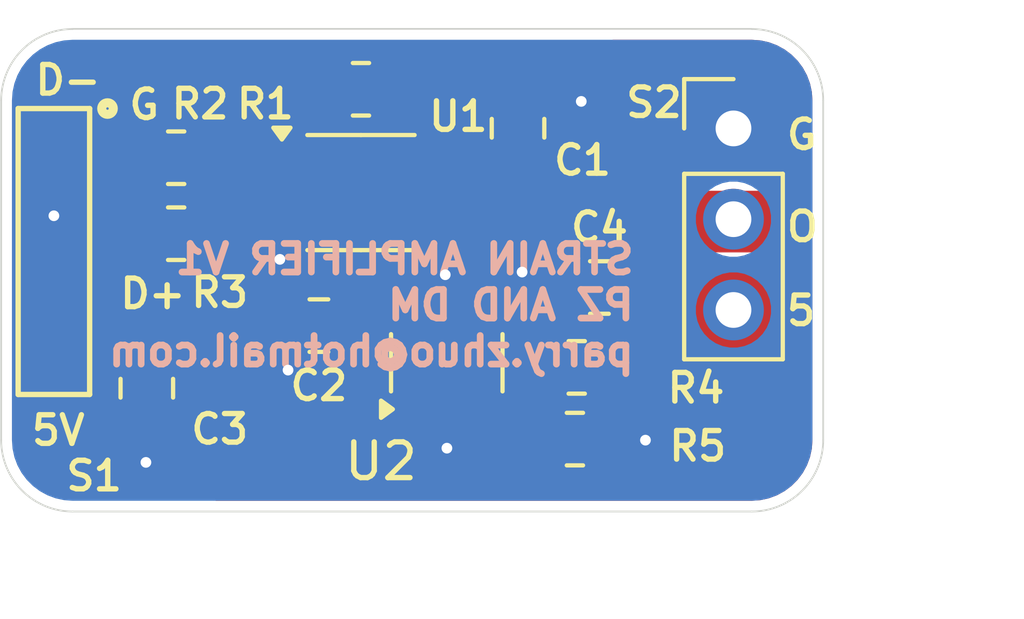
<source format=kicad_pcb>
(kicad_pcb (version 20241229) (generator "pcbnew") (generator_version "9.0")
  (layers (0 "F.Cu" signal "L1(Signal)") (2 "B.Cu" signal "L2(GND)") (13 "F.Paste" user "Top Paste") (15 "B.Paste" user "Bottom Paste") (5 "F.SilkS" user "Top Overlay") (7 "B.SilkS" user "Bottom Overlay") (1 "F.Mask" user "Top Solder") (3 "B.Mask" user "Bottom Solder") (25 "Edge.Cuts" user))
  (property "CHK_APP_DATE" "--/--/--")
  (property "DSN_APP_DATE" "--/--/--")
  (property "ENG_APP_DATE" "--/--/--")
  (property "SHEETTOTAL" "1")
  (net 0 "")
  (net 1 "GND")
  (net 2 "+5V")
  (net 3 "Net-(R1-Pad2)")
  (net 4 "Net-(R1-Pad1)")
  (net 5 "/strainAIN_D-")
  (net 6 "Net-(U1-VIN-)")
  (net 7 "Net-(U1-VIN+)")
  (net 8 "/strainAIN_D+")
  (net 9 "Net-(U2-IN+)")
  (net 10 "Net-(U1-VOUT)")
  (net 11 "Net-(U1-REF)")
  (footprint "Connector_PinHeader_2.54mm:PinHeader_1x03_P2.54mm_Vertical" (layer "F.Cu") (at 157.49049 101.03441)
    (property "Reference" "S2" (at -2.225 -0.725 0) (layer "F.SilkS") (effects (font (size 0.8 0.8))))
    (property "Value" "CONN_01X03_2.54MM")
    (fp_line (start -1.38 -1.38) (end 0 -1.38) (stroke (width 0.12)) (layer "F.SilkS"))
    (fp_line (start -1.38 0) (end -1.38 -1.38) (stroke (width 0.12)) (layer "F.SilkS"))
    (fp_line (start -1.38 1.27) (end -1.38 6.46) (stroke (width 0.12)) (layer "F.SilkS"))
    (fp_line (start -1.38 1.27) (end 1.38 1.27) (stroke (width 0.12)) (layer "F.SilkS"))
    (fp_line (start -1.38 6.46) (end 1.38 6.46) (stroke (width 0.12)) (layer "F.SilkS"))
    (fp_line (start 1.38 1.27) (end 1.38 6.46) (stroke (width 0.12)) (layer "F.SilkS"))
    (pad "1" thru_hole rect (at 0 0) (size 1.7 1.7) (drill 1) (layers "*.Cu" "*.Mask") (net 1 "GND"))
    (pad "2" thru_hole circle (at 0 2.54) (size 1.7 1.7) (drill 1) (layers "*.Cu" "*.Mask") (net 10 "Net-(U1-VOUT)"))
    (pad "3" thru_hole circle (at 0 5.08) (size 1.7 1.7) (drill 1) (layers "*.Cu" "*.Mask") (net 2 "+5V"))
  )
  (footprint "StrainAmplifierV1:CONN_01X04" (layer "F.Cu") (at 138.4761 101.4786)
    (property "Reference" "S1" (at 1.125 9.27827 0) (layer "F.SilkS") (effects (font (size 0.8 0.8))))
    (property "Value" "CONN_01X04_StrainGauge" (hide yes))
    (fp_line (start -1 -1) (end 1 -1) (stroke (width 0.15)) (layer "F.SilkS"))
    (fp_line (start -1 7) (end -1 -1) (stroke (width 0.15)) (layer "F.SilkS"))
    (fp_line (start -1 7) (end 1 7) (stroke (width 0.15)) (layer "F.SilkS"))
    (fp_line (start 1 7) (end 1 -1) (stroke (width 0.15)) (layer "F.SilkS"))
    (fp_circle (center 1.5 -1) (end 1.5 -1.03483) (stroke (width 0.254)) (fill no) (layer "F.SilkS"))
    (pad "1" smd circle (at 0 0) (size 1.524 1.524) (layers "F.Cu" "F.Mask" "F.Paste") (net 5 "/strainAIN_D-"))
    (pad "2" thru_hole circle (at 0 2) (size 1.524 1.524) (drill 0.3) (layers "*.Cu" "*.Mask") (net 1 "GND"))
    (pad "3" smd circle (at 0 4) (size 1.524 1.524) (layers "F.Cu" "F.Mask" "F.Paste") (net 8 "/strainAIN_D+"))
    (pad "4" smd circle (at 0 6) (size 1.524 1.524) (layers "F.Cu" "F.Mask" "F.Paste") (net 2 "+5V"))
  )
  (footprint "Resistor_SMD:R_0805_2012Metric_Pad1.20x1.40mm_HandSolder" (layer "F.Cu") (at 147.06796 99.9396 180)
    (property "Reference" "R1" (at 2.67747 -0.40981 180) (layer "F.SilkS") (effects (font (size 0.8 0.8))))
    (property "Value" "1K +-0.1%")
    (fp_line (start -0.227064 0.735) (end 0.227064 0.735) (stroke (width 0.12)) (layer "F.SilkS"))
    (fp_line (start -0.227064 -0.735) (end 0.227064 -0.735) (stroke (width 0.12)) (layer "F.SilkS"))
    (pad "1" smd roundrect (at -1 0 180) (size 1.2 1.4) (layers "F.Cu" "F.Mask" "F.Paste") (roundrect_rratio 0.208333) (net 4 "Net-(R1-Pad1)"))
    (pad "2" smd roundrect (at 1 0 180) (size 1.2 1.4) (layers "F.Cu" "F.Mask" "F.Paste") (roundrect_rratio 0.208333) (net 3 "Net-(R1-Pad2)"))
  )
  (footprint "Capacitor_SMD:C_0805_2012Metric_Pad1.18x1.45mm_HandSolder" (layer "F.Cu") (at 141.0761 108.3036 90)
    (property "Reference" "C3" (at -1.14581 2.03939 180) (layer "F.SilkS") (effects (font (size 0.8 0.8))))
    (property "Value" "0.1uF")
    (fp_line (start -0.261252 -0.735) (end 0.261252 -0.735) (stroke (width 0.12)) (layer "F.SilkS"))
    (fp_line (start -0.261252 0.735) (end 0.261252 0.735) (stroke (width 0.12)) (layer "F.SilkS"))
    (pad "1" smd roundrect (at -1.0375 0 90) (size 1.175 1.45) (layers "F.Cu" "F.Mask" "F.Paste") (roundrect_rratio 0.212766) (net 1 "GND"))
    (pad "2" smd roundrect (at 1.0375 0 90) (size 1.175 1.45) (layers "F.Cu" "F.Mask" "F.Paste") (roundrect_rratio 0.212766) (net 2 "+5V"))
  )
  (footprint "Package_TO_SOT_SMD:TSOT-23-6" (layer "F.Cu") (at 149.4691 107.5916 90)
    (property "Reference" "U2" (at -2.75781 -1.84 180) (layer "F.SilkS"))
    (property "Value" "TLV9061SQDBVRQ1")
    (fp_line (start 0 -1.56) (end 0.8 -1.56) (stroke (width 0.12)) (layer "F.SilkS"))
    (fp_line (start 0 -1.56) (end -0.8 -1.56) (stroke (width 0.12)) (layer "F.SilkS"))
    (fp_line (start 0 1.56) (end 0.8 1.56) (stroke (width 0.12)) (layer "F.SilkS"))
    (fp_line (start 0 1.56) (end -0.8 1.56) (stroke (width 0.12)) (layer "F.SilkS"))
    (fp_poly (pts (xy -1.3 -1.51) (xy -1.54 -1.84) (xy -1.06 -1.84)) (stroke (width 0.12)) (fill yes) (layer "F.SilkS"))
    (pad "1" smd roundrect (at -1.1375 -0.95 90) (size 1.325 0.6) (layers "F.Cu" "F.Mask" "F.Paste") (net 11 "Net-(U1-REF)"))
    (pad "2" smd roundrect (at -1.1375 0 90) (size 1.325 0.6) (layers "F.Cu" "F.Mask" "F.Paste") (net 1 "GND"))
    (pad "3" smd roundrect (at -1.1375 0.95 90) (size 1.325 0.6) (layers "F.Cu" "F.Mask" "F.Paste") (net 9 "Net-(U2-IN+)"))
    (pad "4" smd roundrect (at 1.1375 0.95 90) (size 1.325 0.6) (layers "F.Cu" "F.Mask" "F.Paste") (net 11 "Net-(U1-REF)"))
    (pad "5" smd roundrect (at 1.1375 0 90) (size 1.325 0.6) (layers "F.Cu" "F.Mask" "F.Paste") (net 1 "GND"))
    (pad "6" smd roundrect (at 1.1375 -0.95 90) (size 1.325 0.6) (layers "F.Cu" "F.Mask" "F.Paste") (net 2 "+5V"))
  )
  (footprint "Capacitor_SMD:C_0805_2012Metric_Pad1.18x1.45mm_HandSolder" (layer "F.Cu") (at 151.46229 101.0296 90)
    (property "Reference" "C1" (at -0.89481 1.8032 180) (layer "F.SilkS") (effects (font (size 0.8 0.8))))
    (property "Value" "0.1uF")
    (fp_line (start -0.261252 -0.735) (end 0.261252 -0.735) (stroke (width 0.12)) (layer "F.SilkS"))
    (fp_line (start -0.261252 0.735) (end 0.261252 0.735) (stroke (width 0.12)) (layer "F.SilkS"))
    (pad "1" smd roundrect (at -1.0375 0 90) (size 1.175 1.45) (layers "F.Cu" "F.Mask" "F.Paste") (roundrect_rratio 0.212766) (net 2 "+5V"))
    (pad "2" smd roundrect (at 1.0375 0 90) (size 1.175 1.45) (layers "F.Cu" "F.Mask" "F.Paste") (roundrect_rratio 0.212766) (net 1 "GND"))
  )
  (footprint "Resistor_SMD:R_0805_2012Metric_Pad1.20x1.40mm_HandSolder" (layer "F.Cu") (at 153.1047 107.7206)
    (property "Reference" "R4" (at 3.33579 0.57881 0) (layer "F.SilkS") (effects (font (size 0.8 0.8))))
    (property "Value" "200K +-0.1%")
    (fp_line (start -0.227064 -0.735) (end 0.227064 -0.735) (stroke (width 0.12)) (layer "F.SilkS"))
    (fp_line (start -0.227064 0.735) (end 0.227064 0.735) (stroke (width 0.12)) (layer "F.SilkS"))
    (pad "1" smd roundrect (at -1 0) (size 1.2 1.4) (layers "F.Cu" "F.Mask" "F.Paste") (roundrect_rratio 0.208333) (net 9 "Net-(U2-IN+)"))
    (pad "2" smd roundrect (at 1 0) (size 1.2 1.4) (layers "F.Cu" "F.Mask" "F.Paste") (roundrect_rratio 0.208333) (net 2 "+5V"))
  )
  (footprint "Resistor_SMD:R_0805_2012Metric_Pad1.20x1.40mm_HandSolder" (layer "F.Cu") (at 141.8973 101.8546 180)
    (property "Reference" "R2" (at -0.66819 1.50519 180) (layer "F.SilkS") (effects (font (size 0.8 0.8))))
    (property "Value" "1K +-0.1%")
    (fp_line (start -0.227064 0.735) (end 0.227064 0.735) (stroke (width 0.12)) (layer "F.SilkS"))
    (fp_line (start -0.227064 -0.735) (end 0.227064 -0.735) (stroke (width 0.12)) (layer "F.SilkS"))
    (pad "1" smd roundrect (at -1 0 180) (size 1.2 1.4) (layers "F.Cu" "F.Mask" "F.Paste") (roundrect_rratio 0.208333) (net 6 "Net-(U1-VIN-)"))
    (pad "2" smd roundrect (at 1 0 180) (size 1.2 1.4) (layers "F.Cu" "F.Mask" "F.Paste") (roundrect_rratio 0.208333) (net 5 "/strainAIN_D-"))
  )
  (footprint "Package_SO:VSSOP-8_3x3mm_P0.65mm" (layer "F.Cu") (at 147.06796 102.8296)
    (property "Reference" "U1" (at 2.72253 -2.13019 0) (layer "F.SilkS") (effects (font (size 0.8 0.8))))
    (property "Value" "INA333AIDGKR")
    (fp_line (start 0 -1.61) (end -1.5 -1.61) (stroke (width 0.12)) (layer "F.SilkS"))
    (fp_line (start 0 -1.61) (end 1.5 -1.61) (stroke (width 0.12)) (layer "F.SilkS"))
    (fp_line (start 0 1.61) (end -1.5 1.61) (stroke (width 0.12)) (layer "F.SilkS"))
    (fp_line (start 0 1.61) (end 1.5 1.61) (stroke (width 0.12)) (layer "F.SilkS"))
    (fp_poly (pts (xy -2.2125 -1.485) (xy -2.4525 -1.815) (xy -1.9725 -1.815)) (stroke (width 0.12)) (fill yes) (layer "F.SilkS"))
    (pad "1" smd roundrect (at -2.1125 -0.975) (size 1.625 0.5) (layers "F.Cu" "F.Mask" "F.Paste") (net 3 "Net-(R1-Pad2)"))
    (pad "2" smd roundrect (at -2.1125 -0.325) (size 1.625 0.5) (layers "F.Cu" "F.Mask" "F.Paste") (net 6 "Net-(U1-VIN-)"))
    (pad "3" smd roundrect (at -2.1125 0.325) (size 1.625 0.5) (layers "F.Cu" "F.Mask" "F.Paste") (net 7 "Net-(U1-VIN+)"))
    (pad "4" smd roundrect (at -2.1125 0.975) (size 1.625 0.5) (layers "F.Cu" "F.Mask" "F.Paste") (net 1 "GND"))
    (pad "5" smd roundrect (at 2.1125 0.975) (size 1.625 0.5) (layers "F.Cu" "F.Mask" "F.Paste") (net 11 "Net-(U1-REF)"))
    (pad "6" smd roundrect (at 2.1125 0.325) (size 1.625 0.5) (layers "F.Cu" "F.Mask" "F.Paste") (net 10 "Net-(U1-VOUT)"))
    (pad "7" smd roundrect (at 2.1125 -0.325) (size 1.625 0.5) (layers "F.Cu" "F.Mask" "F.Paste") (net 2 "+5V"))
    (pad "8" smd roundrect (at 2.1125 -0.975) (size 1.625 0.5) (layers "F.Cu" "F.Mask" "F.Paste") (net 4 "Net-(R1-Pad1)"))
  )
  (footprint "Capacitor_SMD:C_0805_2012Metric_Pad1.18x1.45mm_HandSolder" (layer "F.Cu") (at 145.8911 106.5522 180)
    (property "Reference" "C2" (at 0 -1.68 180) (layer "F.SilkS") (effects (font (size 0.8 0.8))))
    (property "Value" "0.1uF")
    (fp_line (start -0.261252 0.735) (end 0.261252 0.735) (stroke (width 0.12)) (layer "F.SilkS"))
    (fp_line (start -0.261252 -0.735) (end 0.261252 -0.735) (stroke (width 0.12)) (layer "F.SilkS"))
    (pad "1" smd roundrect (at -1.0375 0 180) (size 1.175 1.45) (layers "F.Cu" "F.Mask" "F.Paste") (roundrect_rratio 0.212766) (net 2 "+5V"))
    (pad "2" smd roundrect (at 1.0375 0 180) (size 1.175 1.45) (layers "F.Cu" "F.Mask" "F.Paste") (roundrect_rratio 0.212766) (net 1 "GND"))
  )
  (footprint "Resistor_SMD:R_0805_2012Metric_Pad1.20x1.40mm_HandSolder" (layer "F.Cu") (at 141.8973 103.9801 180)
    (property "Reference" "R3" (at -1.21819 -1.64431 180) (layer "F.SilkS") (effects (font (size 0.8 0.8))))
    (property "Value" "1K +-0.1%")
    (fp_line (start -0.227064 0.735) (end 0.227064 0.735) (stroke (width 0.12)) (layer "F.SilkS"))
    (fp_line (start -0.227064 -0.735) (end 0.227064 -0.735) (stroke (width 0.12)) (layer "F.SilkS"))
    (pad "1" smd roundrect (at -1 0 180) (size 1.2 1.4) (layers "F.Cu" "F.Mask" "F.Paste") (roundrect_rratio 0.208333) (net 7 "Net-(U1-VIN+)"))
    (pad "2" smd roundrect (at 1 0 180) (size 1.2 1.4) (layers "F.Cu" "F.Mask" "F.Paste") (roundrect_rratio 0.208333) (net 8 "/strainAIN_D+"))
  )
  (footprint "Capacitor_SMD:C_0805_2012Metric_Pad1.18x1.45mm_HandSolder" (layer "F.Cu") (at 153.7397 105.4854)
    (property "Reference" "C4" (at 0 -1.68 0) (layer "F.SilkS") (effects (font (size 0.8 0.8))))
    (property "Value" "0.1uF")
    (fp_line (start -0.261252 -0.735) (end 0.261252 -0.735) (stroke (width 0.12)) (layer "F.SilkS"))
    (fp_line (start -0.261252 0.735) (end 0.261252 0.735) (stroke (width 0.12)) (layer "F.SilkS"))
    (pad "1" smd roundrect (at -1.0375 0) (size 1.175 1.45) (layers "F.Cu" "F.Mask" "F.Paste") (roundrect_rratio 0.212766) (net 1 "GND"))
    (pad "2" smd roundrect (at 1.0375 0) (size 1.175 1.45) (layers "F.Cu" "F.Mask" "F.Paste") (roundrect_rratio 0.212766) (net 2 "+5V"))
  )
  (footprint "Resistor_SMD:R_0805_2012Metric_Pad1.20x1.40mm_HandSolder" (layer "F.Cu") (at 153.0539 109.7272 180)
    (property "Reference" "R5" (at -3.43659 -0.19721 180) (layer "F.SilkS") (effects (font (size 0.8 0.8))))
    (property "Value" "100K +-0.1%")
    (fp_line (start -0.227064 0.735) (end 0.227064 0.735) (stroke (width 0.12)) (layer "F.SilkS"))
    (fp_line (start -0.227064 -0.735) (end 0.227064 -0.735) (stroke (width 0.12)) (layer "F.SilkS"))
    (pad "1" smd roundrect (at -1 0 180) (size 1.2 1.4) (layers "F.Cu" "F.Mask" "F.Paste") (roundrect_rratio 0.208333) (net 1 "GND"))
    (pad "2" smd roundrect (at 1 0 180) (size 1.2 1.4) (layers "F.Cu" "F.Mask" "F.Paste") (roundrect_rratio 0.208333) (net 9 "Net-(U2-IN+)"))
  )
  (gr_line (start 137.0011 109.7536) (end 137.0011 100.2536) (stroke (width 0.05)) (layer "Edge.Cuts"))
  (gr_arc (start 139.0011 111.7536) (mid 137.586886 111.167814) (end 137.0011 109.7536) (stroke (width 0.05)) (layer "Edge.Cuts"))
  (gr_arc (start 160.0011 109.7536) (mid 159.415314 111.167814) (end 158.0011 111.7536) (stroke (width 0.05)) (layer "Edge.Cuts"))
  (gr_line (start 138.99049 98.24941) (end 157.99049 98.24941) (stroke (width 0.05)) (layer "Edge.Cuts"))
  (gr_line (start 160.0011 100.2536) (end 160.0011 109.7536) (stroke (width 0.05)) (layer "Edge.Cuts"))
  (gr_line (start 158.0011 111.7536) (end 139.0011 111.7536) (stroke (width 0.05)) (layer "Edge.Cuts"))
  (gr_arc (start 158.0011 98.2536) (mid 159.415314 98.839386) (end 160.0011 100.2536) (stroke (width 0.05)) (layer "Edge.Cuts"))
  (gr_arc (start 137.0011 100.2536) (mid 137.586886 98.839386) (end 139.0011 98.2536) (stroke (width 0.05)) (layer "Edge.Cuts"))
  (gr_text "G" (at 158.9011 101.6766 0) (layer "F.SilkS") (effects (font (size 0.8 0.8)) (justify left bottom)))
  (gr_text "5" (at 158.9011 106.6016 0) (layer "F.SilkS") (effects (font (size 0.8 0.8)) (justify left bottom)))
  (gr_text "5V" (at 137.7761 109.9516 0) (layer "F.SilkS") (effects (font (size 0.8 0.8)) (justify left bottom)))
  (gr_text "D-" (at 137.8761 100.1516 0) (layer "F.SilkS") (effects (font (size 0.8 0.8)) (justify left bottom)))
  (gr_text "" (at 163.80112 105.05158 0) (layer "F.SilkS") (effects (font (size 0.8 0.8) (thickness 0.254)) (justify left bottom)))
  (gr_text "D+" (at 140.2511 106.1266 0) (layer "F.SilkS") (effects (font (size 0.8 0.8)) (justify left bottom)))
  (gr_text "O" (at 158.9011 104.2516 0) (layer "F.SilkS") (effects (font (size 0.8 0.8)) (justify left bottom)))
  (gr_text "G" (at 140.5039 100.836 0) (layer "F.SilkS") (effects (font (size 0.8 0.8)) (justify left bottom)))
  (gr_text_box "STRAIN AMPLIFIER V1\nPZ AND DM\nparry.zhuo@hotmail.com" (start 138.66549 104.22441) (end 154.79348 111.13153) (margins 0 0 0 0) (layer "B.SilkS") (effects (font (size 0.8 0.8) (thickness 0.1875)) (justify left top mirror)) (border no))
  (segment (start 149.4476 106.3201) (end 149.4691 106.3416) (width 0.4) (layer "F.Cu") (net 1))
  (segment (start 144.7989 103.84866) (end 144.84296 103.8046) (width 0.3) (layer "F.Cu") (net 1))
  (segment (start 149.4708 109.97949) (end 149.4708 108.8433) (width 0.5) (layer "F.Cu") (net 1))
  (segment (start 149.4476 106.3201) (end 149.4476 105.1501) (width 0.4) (layer "F.Cu") (net 1))
  (segment (start 149.4708 109.97949) (end 149.4725 109.9812) (width 0.5) (layer "F.Cu") (net 1))
  (segment (start 145.0275 107.7714) (end 145.0661 106.5522) (width 1) (layer "F.Cu") (net 1))
  (segment (start 144.7989 104.698) (end 144.7989 103.84866) (width 0.3) (layer "F.Cu") (net 1))
  (segment (start 151.8079 105.2854) (end 152.78971 105.2854) (width 1) (layer "F.Cu") (net 1))
  (segment (start 153.15791 100.2046) (end 153.2317 100.2784) (width 1) (layer "F.Cu") (net 1))
  (segment (start 149.4261 105.1286) (end 149.4476 105.1501) (width 0.4) (layer "F.Cu") (net 1))
  (segment (start 149.4691 108.8416) (end 149.4708 108.8433) (width 0.5) (layer "F.Cu") (net 1))
  (segment (start 151.46229 100.2046) (end 153.15791 100.2046) (width 1) (layer "F.Cu") (net 1))
  (segment (start 153.9539 109.7566) (end 153.9539 109.7272) (width 1) (layer "F.Cu") (net 1))
  (segment (start 152.78971 105.2854) (end 152.9147 105.4104) (width 1) (layer "F.Cu") (net 1))
  (segment (start 141.0511 110.3786) (end 141.0511 109.1536) (width 1) (layer "F.Cu") (net 1))
  (segment (start 153.9539 109.7566) (end 155.0277 109.7566) (width 1) (layer "F.Cu") (net 1))
  (segment (start 151.5761 105.0536) (end 151.8079 105.2854) (width 1) (layer "F.Cu") (net 1))
  (segment (start 141.0511 109.1536) (end 141.0761 109.1286) (width 1) (layer "F.Cu") (net 1))
  (segment (start 152.9147 105.4854) (end 152.9147 105.4104) (width 1) (layer "F.Cu") (net 1))
  (via (at 151.5761 105.0536) (size 0.7) (drill 0.3) (layers "F.Cu" "B.Cu") (net 1))
  (via (at 141.0511 110.3786) (size 0.7) (drill 0.3) (layers "F.Cu" "B.Cu") (net 1))
  (via (at 149.4261 105.1286) (size 0.7) (drill 0.3) (layers "F.Cu" "B.Cu") (net 1))
  (via (at 155.0277 109.7566) (size 0.7) (drill 0.3) (layers "F.Cu" "B.Cu") (net 1))
  (via (at 153.2317 100.2784) (size 0.7) (drill 0.3) (layers "F.Cu" "B.Cu") (net 1))
  (via (at 145.0275 107.7968) (size 0.7) (drill 0.3) (layers "F.Cu" "B.Cu") (net 1))
  (via (at 144.7989 104.698) (size 0.7) (drill 0.3) (layers "F.Cu" "B.Cu") (net 1))
  (via (at 149.4725 109.9812) (size 0.7) (drill 0.3) (layers "F.Cu" "B.Cu") (net 1))
  (segment (start 151.46229 101.8546) (end 151.53945 101.77744) (width 0.4) (layer "F.Cu") (net 2))
  (segment (start 151.37749 101.8644) (end 151.5159 101.8644) (width 0.4) (layer "F.Cu") (net 2))
  (segment (start 138.4761 107.4786) (end 140.8761 107.4786) (width 1) (layer "F.Cu") (net 2))
  (segment (start 140.8761 107.4786) (end 141.1761 107.4786) (width 1) (layer "F.Cu") (net 2))
  (segment (start 138.4761 101.4786) (end 140.9011 101.9786) (width 1) (layer "F.Cu") (net 5))
  (segment (start 138.4761 105.4786) (end 140.9761 104.0036) (width 1) (layer "F.Cu") (net 8))
  (segment (start 148.82898 107.5916) (end 150.04319 107.5916) (width 0.5) (layer "F.Cu") (net 11))
  (segment (start 150.38609 106.67461) (end 150.38609 106.16998) (width 0.5) (layer "F.Cu") (net 11))
  (segment (start 150.4761 106.0036) (end 150.4761 104.4286) (width 0.4) (layer "F.Cu") (net 11))
  (segment (start 148.4565 108.7112) (end 148.53609 108.63161) (width 0.5) (layer "F.Cu") (net 11))
  (segment (start 150.33609 107.2987) (end 150.33609 106.72461) (width 0.5) (layer "F.Cu") (net 11))
  (segment (start 149.29296 103.8046) (end 149.85211 103.8046) (width 0.4) (layer "F.Cu") (net 11))
  (segment (start 150.04319 107.5916) (end 150.33609 107.2987) (width 0.5) (layer "F.Cu") (net 11))
  (segment (start 148.53609 108.63161) (end 148.53609 107.88449) (width 0.5) (layer "F.Cu") (net 11))
  (segment (start 150.33609 106.72461) (end 150.38609 106.67461) (width 0.5) (layer "F.Cu") (net 11))
  (segment (start 148.53609 107.88449) (end 148.82898 107.5916) (width 0.5) (layer "F.Cu") (net 11))
  (arc (start 149.85211 103.8046) (mid 150.293345 103.987365) (end 150.47611 104.4286) (width 0.4) (layer "F.Cu") (net 11))
  (zone (net 3) (net_name "Net-(R1-Pad2)") (layer "F.Cu") (priority 109) (connect_pads yes (clearance 0.2)) (min_thickness 0.25) (fill yes (thermal_gap 0.254) (thermal_bridge_width 0.254) (island_removal_mode 1) (island_area_min 10))
    (polygon (pts (xy 144.16796 102.0301) (xy 144.21746 102.0796) (xy 145.46846 102.0796) (xy 145.51796 102.0301) (xy 145.51796 101.6791) (xy 145.28617 101.44731) (xy 145.28617 100.8296) (xy 145.50118 100.6146) (xy 146.66796 100.6146) (xy 146.66796 99.2646) (xy 144.84296 99.2646) (xy 144.16796 99.9396) (xy 144.16796 101.8546)))
  )
  (zone (net 2) (net_name "+5V") (layer "F.Cu") (priority 4) (connect_pads yes (clearance 0.2)) (min_thickness 0.25) (fill yes (thermal_gap 0.254) (thermal_bridge_width 0.254))
    (polygon (pts (xy 160.0011 105.49772) (arc (start 160.0011 109.753603) (mid 159.415317 111.167827) (end 158.001089 111.7536)) (xy 158.0011 111.7536) (arc (start 144.011393 111.753603) (mid 142.959501 111.442206) (end 142.435904 110.47821)) (xy 142.43591 110.4782) (xy 147.4011 110.3286) (xy 148.5011 110.7536) (xy 156.0011 110.7536) (arc (start 156.001106 108.753601) (mid 155.585742 108.476041) (end 155.095771 108.3786)) (xy 155.09577 108.3786) (xy 153.7511 108.3786)))
  )
  (zone (net 9) (net_name "Net-(U2-IN+)") (layer "F.Cu") (priority 11) (connect_pads yes (clearance 0.2)) (min_thickness 0.25) (fill yes (thermal_gap 0.254) (thermal_bridge_width 0.254))
    (polygon (pts (xy 150.1075 108.2286) (xy 150.5139 108.2286) (xy 151.7077 107.0348) (xy 152.7237 107.0348) (xy 152.7237 110.3368) (xy 152.6475 110.413) (xy 151.0727 110.413) (xy 150.1075 109.4478)))
  )
  (zone (net 4) (net_name "Net-(R1-Pad1)") (layer "F.Cu") (priority 108) (connect_pads yes (clearance 0.2)) (min_thickness 0.25) (fill yes (thermal_gap 0.254) (thermal_bridge_width 0.254) (island_removal_mode 1) (island_area_min 10))
    (polygon (pts (xy 148.63246 102.0651) (xy 148.64696 102.0796) (xy 149.91846 102.0796) (xy 149.96796 102.0301) (xy 149.96796 100.2191) (xy 149.95346 100.2046) (xy 149.95346 100.02055) (xy 149.19752 99.2646) (xy 147.46796 99.2646) (xy 147.46796 100.6146) (xy 148.46796 100.6146) (xy 148.46796 100.6396) (xy 148.71796 100.8896) (xy 148.71796 101.5791) (xy 148.61796 101.6791) (xy 148.63246 101.6936) (xy 148.63246 102.0651) (xy 149.95346 102.0651) (xy 149.96796 102.0506) (xy 149.96796 102.0301)))
  )
  (zone (net 6) (net_name "Net-(U1-VIN-)") (layer "F.Cu") (priority 94) (connect_pads yes (clearance 0.2)) (min_thickness 0.25) (fill yes (thermal_gap 0.254) (thermal_bridge_width 0.254))
    (polygon (pts (xy 145.51796 102.3291) (xy 145.51796 102.7168) (xy 143.8845 102.7168) (xy 143.2973 102.5296) (xy 142.2973 102.5296) (xy 142.2973 101.1796) (xy 143.2973 101.1796) (xy 143.7767 102.07938) (xy 144.16796 102.3291) (xy 144.21746 102.2796) (xy 145.46846 102.2796)))
  )
  (zone (net 2) (net_name "+5V") (layer "F.Cu") (priority 5) (connect_pads yes (clearance 0.5)) (min_thickness 0.25) (fill yes (thermal_gap 0.254) (thermal_bridge_width 0.254))
    (polygon (pts (xy 153.5011 108.4036) (xy 153.5011 107.0286) (xy 153.9261 106.6036) (xy 153.9261 104.7536) (xy 155.85111 104.7536) (xy 156.1261 105.0286) (xy 156.1261 107.7286) (xy 155.1761 107.7286) (xy 154.5011 108.4036)))
  )
  (zone (net 7) (net_name "Net-(U1-VIN+)") (layer "F.Cu") (priority 91) (connect_pads yes (clearance 0.2)) (min_thickness 0.25) (fill yes (thermal_gap 0.254) (thermal_bridge_width 0.254))
    (polygon (pts (xy 142.2973 104.6551) (xy 143.2973 104.6551) (xy 143.5473 104.4051) (xy 143.5473 103.95026) (xy 144.11796 103.3796) (xy 144.21746 103.3796) (xy 144.23196 103.3651) (xy 145.50346 103.3651) (xy 145.50346 102.9936) (xy 145.51796 102.9791) (xy 145.46846 102.9296) (xy 145.45396 102.9441) (xy 144.18246 102.9441) (xy 144.16796 102.95859) (xy 144.18246 102.9441) (xy 142.2973 103.3051)))
  )
  (zone (net 2) (net_name "+5V") (layer "F.Cu") (priority 10) (connect_pads yes (clearance 0.2)) (min_thickness 0.25) (fill yes (thermal_gap 0.254) (thermal_bridge_width 0.254))
    (polygon (pts (xy 140.0011 108.1016) (xy 140.0011 106.7536) (xy 143.9861 106.7536) (xy 143.9861 108.1524) (xy 144.4687 108.635) (xy 145.4085 108.635) (xy 146.0943 107.9492) (xy 146.0943 105.841) (xy 148.1263 105.841) (xy 148.2279 105.7394) (xy 148.8121 105.7394) (xy 148.8121 106.9332) (xy 147.7453 106.9332) (xy 147.3897 107.2888) (xy 147.3897 110.54) (xy 142.4875 110.54) (xy 142.4367 110.5908) (xy 142.4367 108.1016)))
  )
  (zone (net 10) (net_name "Net-(U1-VOUT)") (layer "F.Cu") (priority 1) (connect_pads yes (clearance 0.2)) (min_thickness 0.25) (fill yes (thermal_gap 0.254) (thermal_bridge_width 0.254))
    (polygon (pts (xy 148.6261 103.3536) (xy 148.627051 103.363561) (xy 148.641139 103.377649) (xy 148.6511 103.3786) (xy 150.2511 103.3786) (xy 150.349379 103.381351) (xy 150.541009 103.425089) (xy 150.718101 103.510372) (xy 150.871776 103.632924) (xy 150.994328 103.786599) (xy 151.079611 103.963691) (xy 151.123349 104.155321) (xy 151.1261 104.2536) (xy 155.5761 104.2536) (xy 155.8261 104.5036) (xy 158.5761 104.5036) (xy 158.5761 102.7786) (xy 152.6761 102.7786) (xy 152.673544 102.818108) (xy 152.634037 102.886537) (xy 152.565608 102.926044) (xy 152.5261 102.9286) (xy 148.6511 102.9286) (xy 148.641139 102.929551) (xy 148.627051 102.943639) (xy 148.6261 102.9536)))
  )
  (zone (net 2) (net_name "+5V") (layer "F.Cu") (priority 8) (connect_pads yes (clearance 0.2)) (min_thickness 0.1) (fill yes (thermal_gap 0.254) (thermal_bridge_width 0.254))
    (polygon (pts (xy 148.6089 102.7422) (arc (start 149.9297 102.7422) (mid 149.947661 102.734761) (end 149.9551 102.7168)) (xy 152.1649 102.4882) (xy 152.1649 101.2182) (xy 150.7425 101.2182) (xy 149.9551 102.285) (xy 148.6089 102.2596)))
  )
  (zone (net 2) (net_name "+5V") (layer "F.Cu") (priority 6) (connect_pads yes (clearance 0.2)) (min_thickness 0.25) (fill yes (thermal_gap 0.254) (thermal_bridge_width 0.254))
    (polygon (pts (xy 150.7511 101.2286) (xy 152.1511 101.2286) (xy 153.6261 101.2536) (xy 154.0011 100.8786) (xy 154.0011 98.2536) (arc (start 158.001098 98.2536) (mid 159.415307 98.839384) (end 160.00109 100.253594)) (xy 160.0011 100.2536) (xy 160.0011 107.7536) (xy 155.5011 107.7536) (xy 155.5011 105.0036) (xy 158.7261 105.0036) (xy 158.7511 104.9786) (xy 158.7511 99.3536) (xy 155.5761 99.3536) (xy 155.5511 99.3786) (xy 155.5511 102.2536) (xy 152.4011 102.2536) (xy 152.1761 102.4786) (xy 150.7261 102.4786)))
  )
  (zone (net 1) (net_name "GND") (layer "B.Cu") (connect_pads yes (clearance 0.2)) (min_thickness 0.25) (fill yes (thermal_gap 0.254) (thermal_bridge_width 0.254))
    (polygon (pts (arc (start 137.0011 100.2536) (mid 137.586886 98.839386) (end 139.0011 98.2536)) (arc (start 158.0011 98.2536) (mid 159.415314 98.839386) (end 160.0011 100.2536)) (arc (start 160.0011 109.7536) (mid 159.415314 111.167814) (end 158.0011 111.7536)) (arc (start 139.0011 111.7536) (mid 137.586886 111.167814) (end 137.0011 109.7536))))
  )
)
</source>
